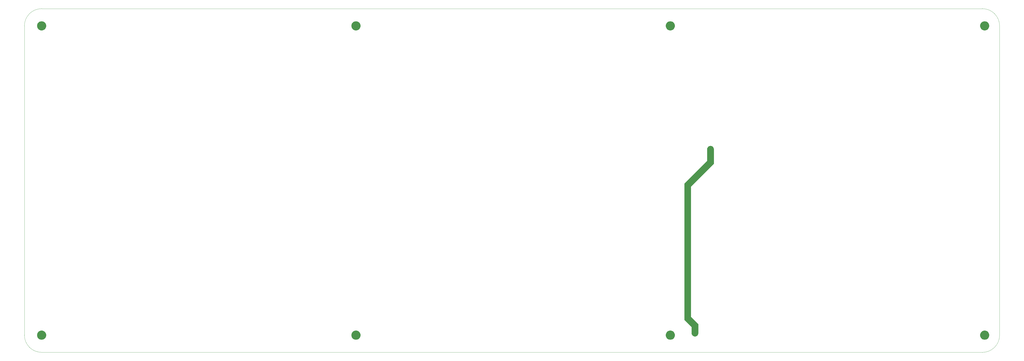
<source format=gbr>
%TF.GenerationSoftware,Altium Limited,Altium Designer,21.6.4 (81)*%
G04 Layer_Color=0*
%FSLAX43Y43*%
%MOMM*%
%TF.SameCoordinates,D4C572C6-D0EE-4933-9396-1D80D03FA8BE*%
%TF.FilePolarity,Positive*%
%TF.FileFunction,Profile,NP*%
%TF.Part,Single*%
G01*
G75*
%TA.AperFunction,Profile*%
%ADD153C,0.025*%
G36*
X290750Y8425D02*
Y11025D01*
X287675Y14100D01*
X287675Y73693D01*
X297525Y83543D01*
Y88575D01*
Y88723D01*
X297583Y89013D01*
X297696Y89286D01*
X297860Y89531D01*
X298069Y89740D01*
X298314Y89904D01*
X298587Y90017D01*
X298877Y90075D01*
X299173D01*
X299463Y90017D01*
X299736Y89904D01*
X299981Y89740D01*
X300190Y89531D01*
X300354Y89286D01*
X300467Y89013D01*
X300525Y88723D01*
Y88575D01*
D01*
Y82300D01*
X290550Y72325D01*
Y15465D01*
X293750Y12265D01*
Y8425D01*
Y8277D01*
X293692Y7987D01*
X293579Y7714D01*
X293415Y7469D01*
X293206Y7260D01*
X292961Y7096D01*
X292688Y6983D01*
X292398Y6925D01*
X292102D01*
X291812Y6983D01*
X291539Y7096D01*
X291294Y7260D01*
X291085Y7469D01*
X290921Y7714D01*
X290808Y7987D01*
X290750Y8277D01*
Y8425D01*
D01*
D02*
G37*
G36*
X416500Y7500D02*
Y7303D01*
X416577Y6917D01*
X416728Y6553D01*
X416947Y6225D01*
X417225Y5946D01*
X417553Y5728D01*
X417917Y5577D01*
X418303Y5500D01*
X418500D01*
X418697D01*
X419083Y5577D01*
X419447Y5728D01*
X419775Y5946D01*
X420053Y6225D01*
X420272Y6553D01*
X420423Y6917D01*
X420500Y7303D01*
Y7500D01*
Y7697D01*
X420423Y8083D01*
X420272Y8447D01*
X420053Y8775D01*
X419775Y9054D01*
X419447Y9272D01*
X419083Y9423D01*
X418697Y9500D01*
X418500D01*
X418303D01*
X417917Y9423D01*
X417553Y9272D01*
X417225Y9054D01*
X416947Y8775D01*
X416728Y8447D01*
X416577Y8083D01*
X416500Y7697D01*
Y7500D01*
D01*
D02*
G37*
G36*
Y142500D02*
Y142303D01*
X416577Y141917D01*
X416728Y141553D01*
X416947Y141225D01*
X417225Y140946D01*
X417553Y140728D01*
X417917Y140577D01*
X418303Y140500D01*
X418500D01*
X418697D01*
X419083Y140577D01*
X419447Y140728D01*
X419775Y140946D01*
X420053Y141225D01*
X420272Y141553D01*
X420423Y141917D01*
X420500Y142303D01*
Y142500D01*
Y142697D01*
X420423Y143083D01*
X420272Y143447D01*
X420053Y143775D01*
X419775Y144053D01*
X419447Y144272D01*
X419083Y144423D01*
X418697Y144500D01*
X418500D01*
X418303D01*
X417917Y144423D01*
X417553Y144272D01*
X417225Y144053D01*
X416947Y143775D01*
X416728Y143447D01*
X416577Y143083D01*
X416500Y142697D01*
Y142500D01*
D01*
D02*
G37*
G36*
X5500Y7500D02*
Y7303D01*
X5577Y6917D01*
X5728Y6553D01*
X5946Y6225D01*
X6225Y5946D01*
X6553Y5728D01*
X6917Y5577D01*
X7303Y5500D01*
X7500D01*
X7697D01*
X8083Y5577D01*
X8447Y5728D01*
X8775Y5946D01*
X9054Y6225D01*
X9272Y6553D01*
X9423Y6917D01*
X9500Y7303D01*
Y7500D01*
Y7697D01*
X9423Y8083D01*
X9272Y8447D01*
X9054Y8775D01*
X8775Y9054D01*
X8447Y9272D01*
X8083Y9423D01*
X7697Y9500D01*
X7500D01*
X7303D01*
X6917Y9423D01*
X6553Y9272D01*
X6225Y9054D01*
X5946Y8775D01*
X5728Y8447D01*
X5577Y8083D01*
X5500Y7697D01*
Y7500D01*
D01*
D02*
G37*
G36*
X7500Y140500D02*
X7303D01*
X6917Y140577D01*
X6553Y140728D01*
X6225Y140946D01*
X5946Y141225D01*
X5728Y141553D01*
X5577Y141917D01*
X5500Y142303D01*
Y142500D01*
Y142697D01*
X5577Y143083D01*
X5728Y143447D01*
X5946Y143775D01*
X6225Y144053D01*
X6553Y144272D01*
X6917Y144423D01*
X7303Y144500D01*
X7500D01*
X7697D01*
X8083Y144423D01*
X8447Y144272D01*
X8775Y144053D01*
X9054Y143775D01*
X9272Y143447D01*
X9423Y143083D01*
X9500Y142697D01*
Y142500D01*
Y142303D01*
X9423Y141917D01*
X9272Y141553D01*
X9054Y141225D01*
X8775Y140946D01*
X8447Y140728D01*
X8083Y140577D01*
X7697Y140500D01*
X7500D01*
D01*
D02*
G37*
G36*
X279500Y142500D02*
Y142303D01*
X279577Y141917D01*
X279728Y141553D01*
X279947Y141225D01*
X280225Y140946D01*
X280553Y140728D01*
X280917Y140577D01*
X281303Y140500D01*
X281500D01*
X281697D01*
X282083Y140577D01*
X282447Y140728D01*
X282775Y140946D01*
X283053Y141225D01*
X283272Y141553D01*
X283423Y141917D01*
X283500Y142303D01*
Y142500D01*
Y142697D01*
X283423Y143083D01*
X283272Y143447D01*
X283053Y143775D01*
X282775Y144053D01*
X282447Y144272D01*
X282083Y144423D01*
X281697Y144500D01*
X281500D01*
X281303D01*
X280917Y144423D01*
X280553Y144272D01*
X280225Y144053D01*
X279947Y143775D01*
X279728Y143447D01*
X279577Y143083D01*
X279500Y142697D01*
Y142500D01*
D01*
D02*
G37*
G36*
X142500D02*
Y142303D01*
X142577Y141917D01*
X142728Y141553D01*
X142947Y141225D01*
X143225Y140946D01*
X143553Y140728D01*
X143917Y140577D01*
X144303Y140500D01*
X144500D01*
X144697D01*
X145083Y140577D01*
X145447Y140728D01*
X145775Y140946D01*
X146053Y141225D01*
X146272Y141553D01*
X146423Y141917D01*
X146500Y142303D01*
Y142500D01*
Y142697D01*
X146423Y143083D01*
X146272Y143447D01*
X146053Y143775D01*
X145775Y144053D01*
X145447Y144272D01*
X145083Y144423D01*
X144697Y144500D01*
X144500D01*
X144303D01*
X143917Y144423D01*
X143553Y144272D01*
X143225Y144053D01*
X142947Y143775D01*
X142728Y143447D01*
X142577Y143083D01*
X142500Y142697D01*
Y142500D01*
D01*
D02*
G37*
G36*
X279500Y7500D02*
Y7303D01*
X279577Y6917D01*
X279728Y6553D01*
X279947Y6225D01*
X280225Y5946D01*
X280553Y5728D01*
X280917Y5577D01*
X281303Y5500D01*
X281500D01*
X281697D01*
X282083Y5577D01*
X282447Y5728D01*
X282775Y5946D01*
X283053Y6225D01*
X283272Y6553D01*
X283423Y6917D01*
X283500Y7303D01*
Y7500D01*
Y7697D01*
X283423Y8083D01*
X283272Y8447D01*
X283053Y8775D01*
X282775Y9054D01*
X282447Y9272D01*
X282083Y9423D01*
X281697Y9500D01*
X281500D01*
X281303D01*
X280917Y9423D01*
X280553Y9272D01*
X280225Y9054D01*
X279947Y8775D01*
X279728Y8447D01*
X279577Y8083D01*
X279500Y7697D01*
Y7500D01*
D01*
D02*
G37*
G36*
X142500D02*
Y7303D01*
X142577Y6917D01*
X142728Y6553D01*
X142947Y6225D01*
X143225Y5946D01*
X143553Y5728D01*
X143917Y5577D01*
X144303Y5500D01*
X144500D01*
X144697D01*
X145083Y5577D01*
X145447Y5728D01*
X145775Y5946D01*
X146053Y6225D01*
X146272Y6553D01*
X146423Y6917D01*
X146500Y7303D01*
Y7500D01*
Y7697D01*
X146423Y8083D01*
X146272Y8447D01*
X146053Y8775D01*
X145775Y9054D01*
X145447Y9272D01*
X145083Y9423D01*
X144697Y9500D01*
X144500D01*
X144303D01*
X143917Y9423D01*
X143553Y9272D01*
X143225Y9054D01*
X142947Y8775D01*
X142728Y8447D01*
X142577Y8083D01*
X142500Y7697D01*
Y7500D01*
D01*
D02*
G37*
D153*
X0D02*
G03*
X7500Y0I7500J0D01*
G01*
X417500D01*
Y-20D01*
D02*
G03*
X425000Y7480I0J7500D01*
G01*
Y142500D01*
D02*
G03*
X417500Y150000I-7500J0D01*
G01*
X7500Y150000D01*
D02*
G03*
X0Y142500I-0J-7500D01*
G01*
Y7500D01*
%TF.MD5,b8ba2438ccf294f121c968478c170792*%
M02*

</source>
